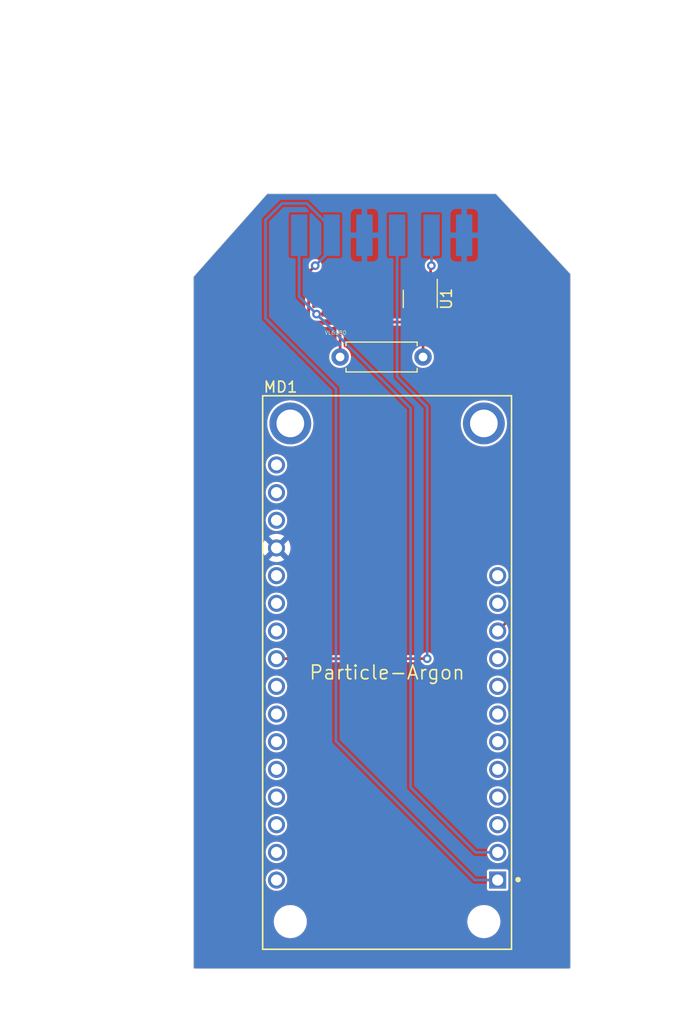
<source format=kicad_pcb>
(kicad_pcb (version 20211014) (generator pcbnew)
  (layers (0 "F.Cu" signal) (31 "B.Cu" signal) (34 "B.Paste" user) (35 "F.Paste" user) (36 "B.SilkS" user "B.Silkscreen") (37 "F.SilkS" user "F.Silkscreen") (38 "B.Mask" user) (39 "F.Mask" user) (44 "Edge.Cuts" user))
  (net 0 "")
  (net 1 "+5V")
  (net 2 "GND")
  (net 3 "Net-(CN2-Pad3)")
  (net 4 "/SDA")
  (net 5 "/SCL")
  (net 32 "Net-(R1-Pad1)")
  (net 36 "Net-(R1-Pad2)")
  (footprint "Particle_Argon:Particle-Argon-0-0-MD1" (layer "F.Cu") (at 140.208 133.858)
    (fp_text reference "MD1" (at -11.43 -26.2) (layer "F.SilkS") (effects (justify left)))
    (fp_text value "Particle-Argon" (at 0 0) (layer "F.SilkS") (effects (font (size 1.27 1.27))))
    (fp_line (start -11.43 -25.4) (end 11.43 -25.4) (layer "F.SilkS") (width 0.15))
    (fp_line (start -11.43 25.4) (end 11.43 25.4) (layer "F.SilkS") (width 0.15))
    (fp_line (start -11.43 25.4) (end -11.43 -25.4) (layer "F.SilkS") (width 0.15))
    (fp_line (start 11.43 25.4) (end 11.43 -25.4) (layer "F.SilkS") (width 0.15))
    (fp_circle (center 12.03 19.01) (end 12.155 19.01) (layer "F.SilkS") (width 0.25) (fill none))
    (pad "" np_thru_hole circle (at -8.89 22.86) (size 2.54 2.54) (drill 2.54) (layers *.Cu *.Mask))
    (pad "" np_thru_hole circle (at 8.89 22.86) (size 2.54 2.54) (drill 2.54) (layers *.Cu *.Mask))
    (pad "0" thru_hole rect (at 10.16 19.05) (size 1.57 1.57) (drill 1.02) (layers *.Cu) (net 4 "/SDA"))
    (pad "1" thru_hole circle (at 10.16 16.51) (size 1.57 1.57) (drill 1.02) (layers *.Cu) (net 5 "/SCL"))
    (pad "2" thru_hole circle (at 10.16 13.97) (size 1.57 1.57) (drill 1.02) (layers *.Cu))
    (pad "3" thru_hole circle (at 10.16 11.43) (size 1.57 1.57) (drill 1.02) (layers *.Cu))
    (pad "3.3V" thru_hole circle (at -10.16 -16.51) (size 1.57 1.57) (drill 1.02) (layers *.Cu))
    (pad "4" thru_hole circle (at 10.16 8.89) (size 1.57 1.57) (drill 1.02) (layers *.Cu))
    (pad "5" thru_hole circle (at 10.16 6.35) (size 1.57 1.57) (drill 1.02) (layers *.Cu))
    (pad "6" thru_hole circle (at 10.16 3.81) (size 1.57 1.57) (drill 1.02) (layers *.Cu))
    (pad "7" thru_hole circle (at 10.16 1.27) (size 1.57 1.57) (drill 1.02) (layers *.Cu))
    (pad "8" thru_hole circle (at 10.16 -1.27) (size 1.57 1.57) (drill 1.02) (layers *.Cu))
    (pad "9" thru_hole circle (at -10.16 16.51) (size 1.57 1.57) (drill 1.02) (layers *.Cu))
    (pad "10" thru_hole circle (at -10.16 13.97) (size 1.57 1.57) (drill 1.02) (layers *.Cu))
    (pad "11" thru_hole circle (at -10.16 11.43) (size 1.57 1.57) (drill 1.02) (layers *.Cu))
    (pad "12" thru_hole circle (at -10.16 8.89) (size 1.57 1.57) (drill 1.02) (layers *.Cu))
    (pad "13" thru_hole circle (at -10.16 6.35) (size 1.57 1.57) (drill 1.02) (layers *.Cu))
    (pad "14" thru_hole circle (at -10.16 3.81) (size 1.57 1.57) (drill 1.02) (layers *.Cu))
    (pad "15" thru_hole circle (at -10.16 1.27) (size 1.57 1.57) (drill 1.02) (layers *.Cu))
    (pad "16" thru_hole circle (at -10.16 -1.27) (size 1.57 1.57) (drill 1.02) (layers *.Cu) (net 3 "Net-(CN2-Pad3)"))
    (pad "17" thru_hole circle (at -10.16 -3.81) (size 1.57 1.57) (drill 1.02) (layers *.Cu))
    (pad "18" thru_hole circle (at -10.16 -6.35) (size 1.57 1.57) (drill 1.02) (layers *.Cu))
    (pad "19" thru_hole circle (at -10.16 -8.89) (size 1.57 1.57) (drill 1.02) (layers *.Cu))
    (pad "20" thru_hole circle (at -10.16 -13.97) (size 1.57 1.57) (drill 1.02) (layers *.Cu))
    (pad "21" thru_hole circle (at -8.89 -22.86) (size 3.84 3.84) (drill 2.54) (layers *.Cu))
    (pad "22" thru_hole circle (at 8.89 -22.86) (size 3.84 3.84) (drill 2.54) (layers *.Cu))
    (pad "ENABLE" thru_hole circle (at 10.16 -6.35) (size 1.57 1.57) (drill 1.02) (layers *.Cu))
    (pad "GND" thru_hole circle (at -10.16 -11.43) (size 1.57 1.57) (drill 1.02) (layers *.Cu) (net 2 "GND"))
    (pad "LiPo+" thru_hole circle (at 10.16 -8.89) (size 1.57 1.57) (drill 1.02) (layers *.Cu))
    (pad "NC" thru_hole circle (at -10.16 19.05) (size 1.57 1.57) (drill 1.02) (layers *.Cu))
    (pad "RESET" thru_hole circle (at -10.16 -19.05) (size 1.57 1.57) (drill 1.02) (layers *.Cu))
    (pad "VBUS" thru_hole circle (at 10.16 -3.81) (size 1.57 1.57) (drill 1.02) (layers *.Cu) (net 1 "+5V"))
  )
  (footprint "Adafruit VL6180:VL6180" (layer "F.Cu") (at 135.89 99.822)
    (fp_text reference "U2" hide)
    (fp_text value "VL6180" (at -1.441 3.066) (layer "F.SilkS") (effects (font (size 0.36576 0.36576) (thickness 0.04064)) (justify left bottom)))
    (pad "1" smd rect (at -1.2 -1.875 270) (size 0.5 1) (layers "F.Cu" "F.Paste" "F.Mask"))
    (pad "2" smd rect (at -1.2 -1.125 270) (size 0.5 1) (layers "F.Cu" "F.Paste" "F.Mask"))
    (pad "3" smd rect (at -1.2 -0.375 270) (size 0.5 1) (layers "F.Cu" "F.Paste" "F.Mask"))
    (pad "4" smd rect (at -1.2 0.375 270) (size 0.5 1) (layers "F.Cu" "F.Paste" "F.Mask") (net 36 "Net-(R1-Pad2)"))
    (pad "5" smd rect (at -1.2 1.125 270) (size 0.5 1) (layers "F.Cu" "F.Paste" "F.Mask") (net 5 "/SCL"))
    (pad "6" smd rect (at -1.2 1.875 270) (size 0.5 1) (layers "F.Cu" "F.Paste" "F.Mask") (net 4 "/SDA"))
    (pad "7" smd rect (at 1.2 1.875 270) (size 0.5 1) (layers "F.Cu" "F.Paste" "F.Mask"))
    (pad "8" smd rect (at 1.2 1.125 270) (size 0.5 1) (layers "F.Cu" "F.Paste" "F.Mask") (net 32 "Net-(R1-Pad1)"))
    (pad "9" smd rect (at 1.2 0.375 270) (size 0.5 1) (layers "F.Cu" "F.Paste" "F.Mask") (net 2 "GND"))
    (pad "10" smd rect (at 1.2 -0.375 270) (size 0.5 1) (layers "F.Cu" "F.Paste" "F.Mask") (net 32 "Net-(R1-Pad1)"))
    (pad "11" smd rect (at 1.2 -1.125 270) (size 0.5 1) (layers "F.Cu" "F.Paste" "F.Mask"))
    (pad "12" smd rect (at 1.2 -1.875 270) (size 0.5 1) (layers "F.Cu" "F.Paste" "F.Mask") (net 2 "GND"))
  )
  (footprint "Resistor_THT:R_Axial_DIN0207_L6.3mm_D2.5mm_P7.62mm_Horizontal" (layer "F.Cu") (at 143.51 104.902 180)
    (fp_text reference "R1" hide)
    (fp_text value "R" hide)
    (fp_line (start 0.54 -1.37) (end 7.08 -1.37) (layer "F.SilkS") (width 0.12))
    (fp_line (start 0.54 -1.04) (end 0.54 -1.37) (layer "F.SilkS") (width 0.12))
    (fp_line (start 0.54 1.04) (end 0.54 1.37) (layer "F.SilkS") (width 0.12))
    (fp_line (start 7.08 1.37) (end 7.08 1.04) (layer "F.SilkS") (width 0.12))
    (fp_line (start 7.08 -1.37) (end 7.08 -1.04) (layer "F.SilkS") (width 0.12))
    (fp_line (start 0.54 1.37) (end 7.08 1.37) (layer "F.SilkS") (width 0.12))
    (pad "1" thru_hole circle (at 0 0 180) (size 1.6 1.6) (drill 0.8) (layers *.Cu *.Mask) (net 32 "Net-(R1-Pad1)"))
    (pad "2" thru_hole oval (at 7.62 0 180) (size 1.6 1.6) (drill 0.8) (layers *.Cu *.Mask) (net 36 "Net-(R1-Pad2)"))
  )
  (footprint "Package_TO_SOT_SMD:SOT-23-5" (layer "F.Cu") (at 143.256 99.568 -90)
    (fp_text reference "U1" (at 0 -2.4 90) (layer "F.SilkS"))
    (fp_text value "MIC5219-2.85YM5" hide)
    (fp_line (start 0 1.56) (end 0.8 1.56) (layer "F.SilkS") (width 0.12))
    (fp_line (start 0 -1.56) (end -1.8 -1.56) (layer "F.SilkS") (width 0.12))
    (fp_line (start 0 -1.56) (end 0.8 -1.56) (layer "F.SilkS") (width 0.12))
    (fp_line (start 0 1.56) (end -0.8 1.56) (layer "F.SilkS") (width 0.12))
    (pad "1" smd roundrect (at -1.1375 -0.95 270) (size 1.325 0.6) (layers "F.Cu" "F.Paste" "F.Mask") (net 1 "+5V"))
    (pad "2" smd roundrect (at -1.1375 0 270) (size 1.325 0.6) (layers "F.Cu" "F.Paste" "F.Mask") (net 2 "GND"))
    (pad "3" smd roundrect (at -1.1375 0.95 270) (size 1.325 0.6) (layers "F.Cu" "F.Paste" "F.Mask") (net 1 "+5V"))
    (pad "4" smd roundrect (at 1.1375 0.95 270) (size 1.325 0.6) (layers "F.Cu" "F.Paste" "F.Mask"))
    (pad "5" smd roundrect (at 1.1375 -0.95 270) (size 1.325 0.6) (layers "F.Cu" "F.Paste" "F.Mask") (net 32 "Net-(R1-Pad1)"))
  )
  (footprint "Adafruit NeoPixel 8 Stick:1X4-SMT" (layer "B.Cu") (at 140.208 93.726 180)
    (fp_text reference "CN2" hide)
    (fp_text value "1X4SMT")
    (pad "1" smd rect (at -7.08 0 180) (size 1.5 3.8) (layers "B.Cu" "B.Paste" "B.Mask") (net 2 "GND"))
    (pad "2" smd rect (at -4.08 0 180) (size 1.5 3.8) (layers "B.Cu" "B.Paste" "B.Mask") (net 1 "+5V"))
    (pad "3" smd rect (at -0.92 0 180) (size 1.5 3.8) (layers "B.Cu" "B.Paste" "B.Mask") (net 3 "Net-(CN2-Pad3)"))
    (pad "4" smd rect (at 2.08 0 180) (size 1.5 3.8) (layers "B.Cu" "B.Paste" "B.Mask") (net 2 "GND"))
    (pad "5" smd rect (at 5.08 0 180) (size 1.5 3.8) (layers "B.Cu" "B.Paste" "B.Mask") (net 4 "/SDA"))
    (pad "6" smd rect (at 8.08 0 180) (size 1.5 3.8) (layers "B.Cu" "B.Paste" "B.Mask") (net 5 "/SCL"))
  )
  (gr_line (start 129.2 89.915998) (end 150.2 89.915999) (layer "Edge.Cuts") (width 0.05))
  (gr_line (start 122.428 97.536) (end 122.428 161.036) (layer "Edge.Cuts") (width 0.05))
  (gr_line (start 150.2 89.915999) (end 157.054 97.282) (layer "Edge.Cuts") (width 0.05))
  (gr_line (start 122.428 161.036) (end 157.054 161.036) (layer "Edge.Cuts") (width 0.05))
  (gr_line (start 157.054 97.282) (end 157.054 161.036) (layer "Edge.Cuts") (width 0.05))
  (gr_line (start 122.428 97.536) (end 129.2 89.915998) (layer "Edge.Cuts") (width 0.05))
  (segment (start 144.206 96.586) (end 144.272 96.52) (width 0.25) (layer "F.Cu") (net 1))
  (segment (start 143.573277 97.409) (end 142.938723 97.409) (width 0.25) (layer "F.Cu") (net 1))
  (segment (start 150.368 130.048) (end 151.4812 128.9348) (width 0.25) (layer "F.Cu") (net 1))
  (segment (start 151.4812 105.7057) (end 144.206 98.4305) (width 0.25) (layer "F.Cu") (net 1))
  (segment (start 144.206 98.4305) (end 144.206 96.586) (width 0.25) (layer "F.Cu") (net 1))
  (segment (start 142.938723 97.409) (end 142.306 98.041723) (width 0.25) (layer "F.Cu") (net 1))
  (segment (start 144.206 98.041723) (end 143.573277 97.409) (width 0.25) (layer "F.Cu") (net 1))
  (segment (start 151.4812 128.9348) (end 151.4812 105.7057) (width 0.25) (layer "F.Cu") (net 1))
  (via (at 144.272 96.52) (size 0.8) (drill 0.4) (layers "F.Cu" "B.Cu") (net 1))
  (segment (start 144.288 96.504) (end 144.288 93.726) (width 0.25) (layer "B.Cu") (net 1))
  (segment (start 144.272 96.52) (end 144.288 96.504) (width 0.25) (layer "B.Cu") (net 1))
  (segment (start 136.2618 100.1188) (end 136.2618 98.1802) (width 0.25) (layer "F.Cu") (net 2))
  (segment (start 136.495 97.947) (end 137.09 97.947) (width 0.25) (layer "F.Cu") (net 2))
  (segment (start 137.09 100.197) (end 136.34 100.197) (width 0.25) (layer "F.Cu") (net 2))
  (segment (start 136.34 100.197) (end 136.2618 100.1188) (width 0.25) (layer "F.Cu") (net 2))
  (segment (start 136.2618 98.1802) (end 136.495 97.947) (width 0.25) (layer "F.Cu") (net 2))
  (segment (start 130.048 132.588) (end 143.891 132.588) (width 0.25) (layer "F.Cu") (net 3))
  (via (at 143.891 132.588) (size 0.8) (drill 0.4) (layers "F.Cu" "B.Cu") (net 3))
  (segment (start 141.128 106.711) (end 143.891 109.474) (width 0.25) (layer "B.Cu") (net 3))
  (segment (start 143.891 109.474) (end 143.891 132.588) (width 0.25) (layer "B.Cu") (net 3))
  (segment (start 141.128 93.726) (end 141.128 106.711) (width 0.25) (layer "B.Cu") (net 3))
  (segment (start 133.0028 97.1212) (end 133.604 96.52) (width 0.25) (layer "F.Cu") (net 4))
  (segment (start 133.433169 101.697) (end 133.0028 101.266631) (width 0.25) (layer "F.Cu") (net 4))
  (segment (start 133.0028 101.266631) (end 133.0028 97.1212) (width 0.25) (layer "F.Cu") (net 4))
  (segment (start 134.69 101.697) (end 133.433169 101.697) (width 0.25) (layer "F.Cu") (net 4))
  (via (at 133.604 96.52) (size 0.8) (drill 0.4) (layers "F.Cu" "B.Cu") (net 4))
  (segment (start 135.509 107.823) (end 129.032 101.346) (width 0.25) (layer "B.Cu") (net 4))
  (segment (start 150.368 152.908) (end 148.255235 152.908) (width 0.25) (layer "B.Cu") (net 4))
  (segment (start 129.032 101.346) (end 129.032 92.329) (width 0.25) (layer "B.Cu") (net 4))
  (segment (start 130.556 90.805) (end 132.842 90.805) (width 0.25) (layer "B.Cu") (net 4))
  (segment (start 148.255235 152.908) (end 135.509 140.161765) (width 0.25) (layer "B.Cu") (net 4))
  (segment (start 135.128 94.996) (end 135.128 93.726) (width 0.25) (layer "B.Cu") (net 4))
  (segment (start 135.509 140.161765) (end 135.509 107.823) (width 0.25) (layer "B.Cu") (net 4))
  (segment (start 129.032 92.329) (end 130.556 90.805) (width 0.25) (layer "B.Cu") (net 4))
  (segment (start 133.604 96.52) (end 135.128 94.996) (width 0.25) (layer "B.Cu") (net 4))
  (segment (start 132.842 90.805) (end 135.128 93.091) (width 0.25) (layer "B.Cu") (net 4))
  (segment (start 133.731 100.965) (end 134.672 100.965) (width 0.25) (layer "F.Cu") (net 5))
  (via (at 133.731 100.965) (size 0.8) (drill 0.4) (layers "F.Cu" "B.Cu") (net 5))
  (segment (start 132.128 99.362) (end 133.731 100.965) (width 0.25) (layer "B.Cu") (net 5))
  (segment (start 148.336 150.368) (end 142.367 144.399) (width 0.25) (layer "B.Cu") (net 5))
  (segment (start 142.367 144.399) (end 142.367 109.601) (width 0.25) (layer "B.Cu") (net 5))
  (segment (start 142.367 109.601) (end 133.731 100.965) (width 0.25) (layer "B.Cu") (net 5))
  (segment (start 150.368 150.368) (end 148.336 150.368) (width 0.25) (layer "B.Cu") (net 5))
  (segment (start 132.128 93.726) (end 132.128 99.362) (width 0.25) (layer "B.Cu") (net 5))
  (segment (start 137.9182 99.6912) (end 137.674 99.447) (width 0.25) (layer "F.Cu") (net 32))
  (segment (start 143.51 101.9909) (end 143.51 101.4015) (width 0.25) (layer "F.Cu") (net 32))
  (segment (start 143.51 101.4015) (end 144.206 100.7055) (width 0.25) (layer "F.Cu") (net 32))
  (segment (start 137.84 100.947) (end 137.84 101.0406) (width 0.25) (layer "F.Cu") (net 32))
  (segment (start 137.09 100.947) (end 137.84 100.947) (width 0.25) (layer "F.Cu") (net 32))
  (segment (start 143.51 101.9909) (end 143.51 104.902) (width 0.25) (layer "F.Cu") (net 32))
  (segment (start 137.84 100.947) (end 137.9182 100.8688) (width 0.25) (layer "F.Cu") (net 32))
  (segment (start 143.2153 101.6962) (end 143.51 101.9909) (width 0.25) (layer "F.Cu") (net 32))
  (segment (start 137.84 101.0406) (end 138.4956 101.6962) (width 0.25) (layer "F.Cu") (net 32))
  (segment (start 143.2153 101.6962) (end 138.4956 101.6962) (width 0.25) (layer "F.Cu") (net 32))
  (segment (start 137.9182 100.8688) (end 137.9182 99.6912) (width 0.25) (layer "F.Cu") (net 32))
  (segment (start 137.674 99.447) (end 137.09 99.447) (width 0.25) (layer "F.Cu") (net 32))
  (segment (start 134.69 100.197) (end 135.44 100.197) (width 0.25) (layer "F.Cu") (net 36))
  (segment (start 135.89 100.647) (end 135.89 104.902) (width 0.25) (layer "F.Cu") (net 36))
  (segment (start 135.44 100.197) (end 135.89 100.647) (width 0.25) (layer "F.Cu") (net 36))
  (zone (net 2) (net_name "GND") (layers F&B.Cu) (connect_pads (clearance 0.000001)) (min_thickness 0.254) (fill yes (thermal_gap 0.508) (thermal_bridge_width 0.508))
    (polygon (pts (xy 168.402 166.116) (xy 104.648 166.116) (xy 105.156 72.136) (xy 168.148 72.136)))
  )
)
</source>
